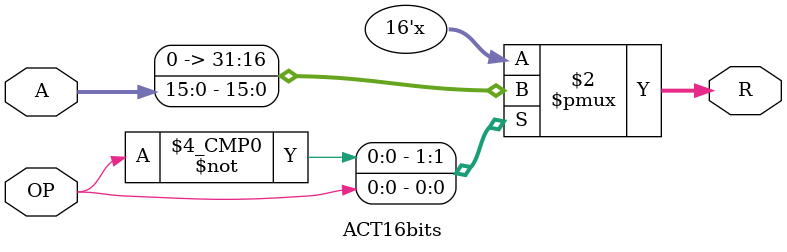
<source format=v>
`timescale 1ns / 1ps

module ACT16bits(A,OP,R);
	input [15:0] A;
	input OP;
	output reg [15:0] R;
	
	always @(A or OP)
		case (OP)
			1'b0: R=16'b0;
			1'b1: R=A;
		endcase

endmodule

</source>
